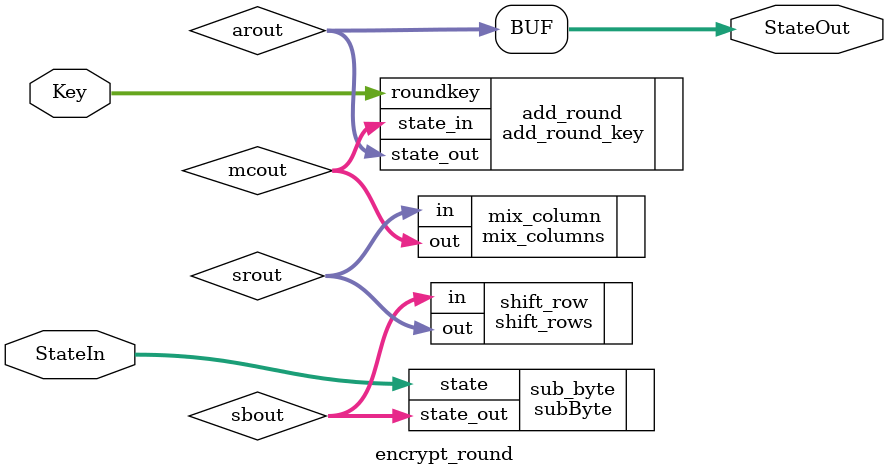
<source format=v>
module encrypt_round(

input [127:0] Key,
input [127:0] StateIn,
output [127:0] StateOut
);
wire [127:0] sbout;
wire [127:0] srout;
wire [127:0] mcout;
wire [127:0] arout;

subByte sub_byte(.state(StateIn),.state_out(sbout));
shift_rows shift_row(.in(sbout),.out(srout));
mix_columns mix_column(.in(srout),.out(mcout));
add_round_key add_round(.roundkey(Key),.state_in(mcout),.state_out(arout));
assign StateOut[127:0]=arout[127:0];

endmodule 
</source>
